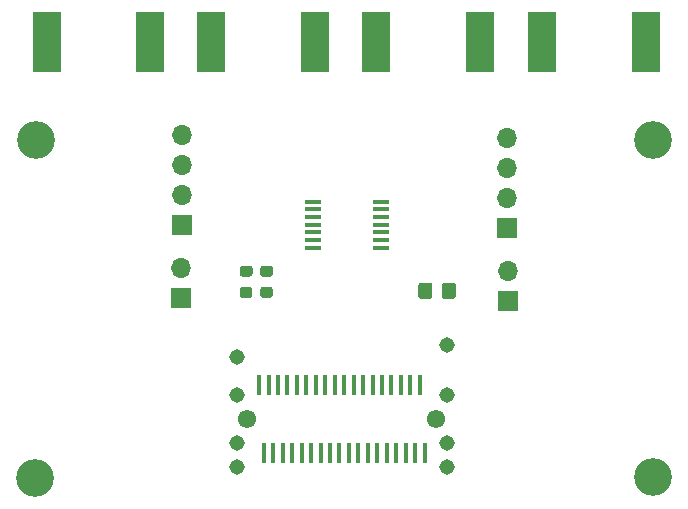
<source format=gbr>
%TF.GenerationSoftware,KiCad,Pcbnew,5.1.10-88a1d61d58~88~ubuntu18.04.1*%
%TF.CreationDate,2021-08-07T22:55:04+07:00*%
%TF.ProjectId,ADV728xM_EVAL_SMA-MINISAS_MX8Mx,41445637-3238-4784-9d5f-4556414c5f53,rev?*%
%TF.SameCoordinates,Original*%
%TF.FileFunction,Soldermask,Top*%
%TF.FilePolarity,Negative*%
%FSLAX46Y46*%
G04 Gerber Fmt 4.6, Leading zero omitted, Abs format (unit mm)*
G04 Created by KiCad (PCBNEW 5.1.10-88a1d61d58~88~ubuntu18.04.1) date 2021-08-07 22:55:04*
%MOMM*%
%LPD*%
G01*
G04 APERTURE LIST*
%ADD10C,3.200000*%
%ADD11C,1.308000*%
%ADD12R,0.350000X1.800000*%
%ADD13C,1.550000*%
%ADD14O,1.700000X1.700000*%
%ADD15R,1.700000X1.700000*%
%ADD16R,2.413000X5.080000*%
%ADD17R,1.358900X0.355600*%
G04 APERTURE END LIST*
D10*
%TO.C,H4*%
X135646160Y-89702640D03*
%TD*%
%TO.C,H3*%
X187843160Y-89702640D03*
%TD*%
%TO.C,H2*%
X187858400Y-118231920D03*
%TD*%
%TO.C,H1*%
X135585200Y-118297960D03*
%TD*%
D11*
%TO.C,J9*%
X170438920Y-117344480D03*
X170438920Y-115314480D03*
X170438920Y-111314480D03*
X170438920Y-107074480D03*
X152638920Y-117344480D03*
X152638920Y-115314480D03*
X152638920Y-111314480D03*
X152638920Y-108074480D03*
D12*
X168538920Y-116224480D03*
X167738920Y-116224480D03*
X166938920Y-116224480D03*
X166138920Y-116224480D03*
X165338920Y-116224480D03*
X164538920Y-116224480D03*
X163738920Y-116224480D03*
X162938920Y-116224480D03*
X162138920Y-116224480D03*
X161338920Y-116224480D03*
X160538920Y-116224480D03*
X159738920Y-116224480D03*
X158938920Y-116224480D03*
X158138920Y-116224480D03*
X157338920Y-116224480D03*
X156538920Y-116224480D03*
X155738920Y-116224480D03*
X154938920Y-116224480D03*
X168138920Y-110404480D03*
X167338920Y-110404480D03*
X166538920Y-110404480D03*
X165738920Y-110404480D03*
X164938920Y-110404480D03*
X164138920Y-110404480D03*
X163338920Y-110404480D03*
X162538920Y-110404480D03*
X161738920Y-110404480D03*
X160938920Y-110404480D03*
X160138920Y-110404480D03*
X159338920Y-110404480D03*
X158538920Y-110404480D03*
X157738920Y-110404480D03*
X156938920Y-110404480D03*
X156138920Y-110404480D03*
X155338920Y-110404480D03*
X154538920Y-110404480D03*
D13*
X169538920Y-113314480D03*
X153538920Y-113314480D03*
%TD*%
D14*
%TO.C,J6*%
X175552100Y-89496900D03*
X175552100Y-92036900D03*
X175552100Y-94576900D03*
D15*
X175552100Y-97116900D03*
%TD*%
D16*
%TO.C,J3*%
X164465000Y-81368900D03*
X173228000Y-81368900D03*
%TD*%
%TO.C,J4*%
X178511200Y-81368900D03*
X187274200Y-81368900D03*
%TD*%
%TO.C,J1*%
X136575800Y-81419700D03*
X145338800Y-81419700D03*
%TD*%
%TO.C,J2*%
X150495000Y-81368900D03*
X159258000Y-81368900D03*
%TD*%
%TO.C,C2*%
G36*
G01*
X152905000Y-101024700D02*
X152905000Y-100549700D01*
G75*
G02*
X153142500Y-100312200I237500J0D01*
G01*
X153742500Y-100312200D01*
G75*
G02*
X153980000Y-100549700I0J-237500D01*
G01*
X153980000Y-101024700D01*
G75*
G02*
X153742500Y-101262200I-237500J0D01*
G01*
X153142500Y-101262200D01*
G75*
G02*
X152905000Y-101024700I0J237500D01*
G01*
G37*
G36*
G01*
X154630000Y-101024700D02*
X154630000Y-100549700D01*
G75*
G02*
X154867500Y-100312200I237500J0D01*
G01*
X155467500Y-100312200D01*
G75*
G02*
X155705000Y-100549700I0J-237500D01*
G01*
X155705000Y-101024700D01*
G75*
G02*
X155467500Y-101262200I-237500J0D01*
G01*
X154867500Y-101262200D01*
G75*
G02*
X154630000Y-101024700I0J237500D01*
G01*
G37*
%TD*%
%TO.C,C1*%
G36*
G01*
X154617300Y-102828100D02*
X154617300Y-102353100D01*
G75*
G02*
X154854800Y-102115600I237500J0D01*
G01*
X155454800Y-102115600D01*
G75*
G02*
X155692300Y-102353100I0J-237500D01*
G01*
X155692300Y-102828100D01*
G75*
G02*
X155454800Y-103065600I-237500J0D01*
G01*
X154854800Y-103065600D01*
G75*
G02*
X154617300Y-102828100I0J237500D01*
G01*
G37*
G36*
G01*
X152892300Y-102828100D02*
X152892300Y-102353100D01*
G75*
G02*
X153129800Y-102115600I237500J0D01*
G01*
X153729800Y-102115600D01*
G75*
G02*
X153967300Y-102353100I0J-237500D01*
G01*
X153967300Y-102828100D01*
G75*
G02*
X153729800Y-103065600I-237500J0D01*
G01*
X153129800Y-103065600D01*
G75*
G02*
X152892300Y-102828100I0J237500D01*
G01*
G37*
%TD*%
D15*
%TO.C,J5*%
X147980400Y-96850200D03*
D14*
X147980400Y-94310200D03*
X147980400Y-91770200D03*
X147980400Y-89230200D03*
%TD*%
D15*
%TO.C,J8*%
X175590200Y-103289100D03*
D14*
X175590200Y-100749100D03*
%TD*%
%TO.C,J7*%
X147929600Y-100558600D03*
D15*
X147929600Y-103098600D03*
%TD*%
%TO.C,R1*%
G36*
G01*
X168005200Y-102900901D02*
X168005200Y-102000899D01*
G75*
G02*
X168255199Y-101750900I249999J0D01*
G01*
X168955201Y-101750900D01*
G75*
G02*
X169205200Y-102000899I0J-249999D01*
G01*
X169205200Y-102900901D01*
G75*
G02*
X168955201Y-103150900I-249999J0D01*
G01*
X168255199Y-103150900D01*
G75*
G02*
X168005200Y-102900901I0J249999D01*
G01*
G37*
G36*
G01*
X170005200Y-102900901D02*
X170005200Y-102000899D01*
G75*
G02*
X170255199Y-101750900I249999J0D01*
G01*
X170955201Y-101750900D01*
G75*
G02*
X171205200Y-102000899I0J-249999D01*
G01*
X171205200Y-102900901D01*
G75*
G02*
X170955201Y-103150900I-249999J0D01*
G01*
X170255199Y-103150900D01*
G75*
G02*
X170005200Y-102900901I0J249999D01*
G01*
G37*
%TD*%
D17*
%TO.C,U1*%
X159061150Y-98800199D03*
X159061150Y-98150200D03*
X159061150Y-97500199D03*
X159061150Y-96850200D03*
X159061150Y-96200199D03*
X159061150Y-95550200D03*
X159061150Y-94900199D03*
X164814250Y-94900201D03*
X164814250Y-95550200D03*
X164814250Y-96200201D03*
X164814250Y-96850200D03*
X164814250Y-97500199D03*
X164814250Y-98150200D03*
X164814250Y-98800201D03*
%TD*%
M02*

</source>
